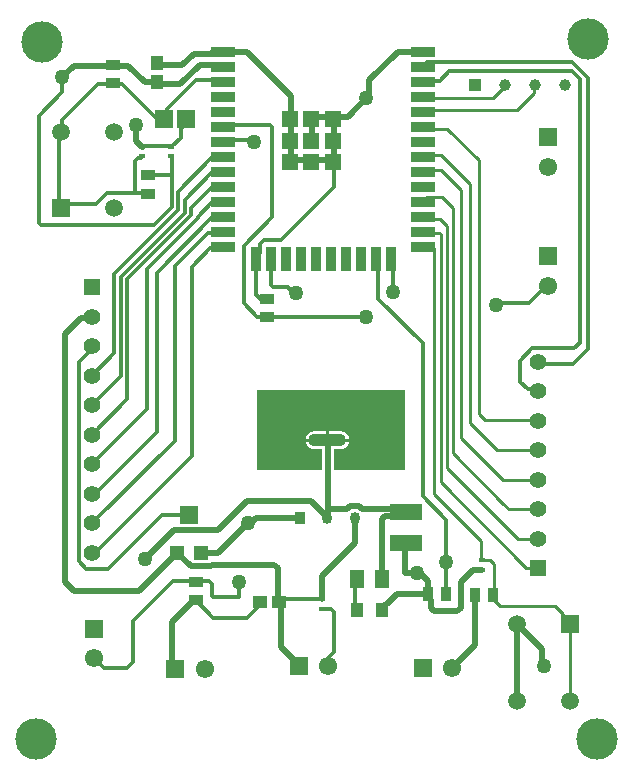
<source format=gbr>
G04*
G04 #@! TF.GenerationSoftware,Altium Limited,Altium Designer,24.2.2 (26)*
G04*
G04 Layer_Physical_Order=1*
G04 Layer_Color=255*
%FSLAX43Y43*%
%MOMM*%
G71*
G04*
G04 #@! TF.SameCoordinates,78AD72C9-59E1-4A50-B3D3-B96FA2B5B495*
G04*
G04*
G04 #@! TF.FilePolarity,Positive*
G04*
G01*
G75*
%ADD12C,0.500*%
%ADD13C,0.254*%
%ADD15R,1.307X0.906*%
%ADD16R,0.500X0.400*%
%ADD17R,1.200X1.200*%
%ADD18R,1.600X1.500*%
%ADD19R,1.012X1.208*%
%ADD20R,1.500X1.550*%
%ADD21R,1.208X1.012*%
%ADD22R,1.100X1.300*%
%ADD23R,0.906X1.307*%
%ADD24R,1.250X1.500*%
G04:AMPARAMS|DCode=25|XSize=1.004mm|YSize=3.182mm|CornerRadius=0.437mm|HoleSize=0mm|Usage=FLASHONLY|Rotation=90.000|XOffset=0mm|YOffset=0mm|HoleType=Round|Shape=RoundedRectangle|*
%AMROUNDEDRECTD25*
21,1,1.004,2.308,0,0,90.0*
21,1,0.131,3.182,0,0,90.0*
1,1,0.874,1.154,0.065*
1,1,0.874,1.154,-0.065*
1,1,0.874,-1.154,-0.065*
1,1,0.874,-1.154,0.065*
%
%ADD25ROUNDEDRECTD25*%
G04:AMPARAMS|DCode=26|XSize=1.004mm|YSize=0.872mm|CornerRadius=0.436mm|HoleSize=0mm|Usage=FLASHONLY|Rotation=90.000|XOffset=0mm|YOffset=0mm|HoleType=Round|Shape=RoundedRectangle|*
%AMROUNDEDRECTD26*
21,1,1.004,0.000,0,0,90.0*
21,1,0.132,0.872,0,0,90.0*
1,1,0.872,0.000,0.066*
1,1,0.872,0.000,-0.066*
1,1,0.872,0.000,-0.066*
1,1,0.872,0.000,0.066*
%
%ADD26ROUNDEDRECTD26*%
%ADD27R,0.872X1.004*%
%ADD28R,2.800X1.400*%
%ADD29R,1.330X1.330*%
%ADD30R,0.900X2.000*%
%ADD31R,2.000X0.900*%
%ADD37C,1.550*%
%ADD38R,1.550X1.550*%
%ADD39C,1.400*%
%ADD40R,1.400X1.400*%
%ADD43R,1.550X1.550*%
%ADD48C,0.300*%
%ADD49R,1.500X1.500*%
%ADD50C,1.500*%
%ADD51R,0.985X0.985*%
%ADD52C,0.985*%
%ADD53C,3.500*%
%ADD54C,1.270*%
G36*
X33500Y25000D02*
X27514D01*
Y26758D01*
X28104D01*
X28285Y26782D01*
X28453Y26851D01*
X28597Y26962D01*
X28708Y27106D01*
X28777Y27274D01*
X28793Y27393D01*
X26950D01*
X25107D01*
X25123Y27274D01*
X25192Y27106D01*
X25303Y26962D01*
X25447Y26851D01*
X25615Y26782D01*
X25796Y26758D01*
X26486D01*
Y25000D01*
X21000D01*
Y31750D01*
X33500D01*
Y25000D01*
D02*
G37*
%LPC*%
G36*
X28104Y28282D02*
X27077D01*
Y27647D01*
X28793D01*
X28777Y27766D01*
X28708Y27934D01*
X28597Y28078D01*
X28453Y28189D01*
X28285Y28258D01*
X28104Y28282D01*
D02*
G37*
G36*
X26823D02*
X25796D01*
X25615Y28258D01*
X25447Y28189D01*
X25303Y28078D01*
X25192Y27934D01*
X25123Y27766D01*
X25107Y27647D01*
X26823D01*
Y28282D01*
D02*
G37*
%LPD*%
D12*
X17059Y16846D02*
X17213Y17000D01*
X15354Y16846D02*
X17059D01*
X14250Y17950D02*
X15354Y16846D01*
X26500Y14493D02*
Y16000D01*
X13798Y12150D02*
X15698Y14049D01*
X29866Y21700D02*
X32850D01*
X28851Y21936D02*
X29629D01*
X29866Y21700D01*
X28614D02*
X28851Y21936D01*
X27000Y21700D02*
Y21961D01*
X32850Y21700D02*
X33000Y21550D01*
X27000Y21700D02*
X28614D01*
X27000Y20955D02*
Y21700D01*
X6100Y37850D02*
X6850D01*
X7000Y38000D01*
X4747Y36497D02*
X6100Y37850D01*
X45115Y8585D02*
Y9835D01*
Y8585D02*
X45250Y8450D01*
X23000Y10025D02*
Y13500D01*
X11000Y14750D02*
X14225Y17975D01*
X26500Y14093D02*
Y14493D01*
X31550Y15750D02*
Y20857D01*
X31843Y21150D01*
X32550D01*
X33000Y21600D01*
X17696Y19946D02*
X20139Y22389D01*
X25566D01*
X13946Y19946D02*
X17696D01*
X25566Y22389D02*
X27000Y20955D01*
X17700Y17950D02*
X20250Y20500D01*
X20913Y20955D02*
X24710D01*
X20250Y20500D02*
X20458D01*
X16250Y17950D02*
X17700D01*
X20458Y20500D02*
X20913Y20955D01*
X22457Y17000D02*
X22750Y16707D01*
X17213Y17000D02*
X22457D01*
X22750Y14000D02*
Y16707D01*
X11500Y17500D02*
X13946Y19946D01*
X14502Y57698D02*
X16119Y59315D01*
X12750Y57698D02*
X14502D01*
X16119Y59315D02*
X18165D01*
X33500Y16325D02*
X34500D01*
X33500D02*
Y19075D01*
X35399Y14604D02*
X35474D01*
X35271Y14476D02*
X35399Y14604D01*
X35474D02*
Y15604D01*
X34500Y16250D02*
X34647Y16103D01*
X34975D02*
X35474Y15604D01*
X34647Y16103D02*
X34975D01*
X35970Y13042D02*
X37957D01*
X38250Y13335D01*
Y15500D01*
X35677Y13335D02*
Y13997D01*
Y13335D02*
X35970Y13042D01*
X38250Y15500D02*
X39300Y16550D01*
X40000D01*
X35474Y14200D02*
Y14273D01*
Y14200D02*
X35677Y13997D01*
X32826Y14476D02*
X35271D01*
X27000Y21961D02*
Y27545D01*
X37500Y8250D02*
X39474Y10224D01*
Y14200D01*
X32000Y13650D02*
X32826Y14476D01*
X4500Y58250D02*
X5500Y59250D01*
X8500D01*
X10750Y54211D02*
X10773Y54188D01*
Y52826D02*
Y54188D01*
Y52826D02*
X11212Y52387D01*
X29290Y18790D02*
Y20955D01*
X26500Y16000D02*
X29290Y18790D01*
X16956Y60269D02*
X17122D01*
X14669Y59302D02*
X15617Y60250D01*
X16937D01*
X16956Y60269D01*
X17965Y60385D02*
X18165Y60585D01*
X17238Y60385D02*
X17965D01*
X17122Y60269D02*
X17238Y60385D01*
X34965D02*
X35165Y60585D01*
X27500Y51250D02*
Y53085D01*
X23830Y51250D02*
Y53085D01*
X25665Y51250D02*
X27500D01*
X23830D02*
X25665D01*
X23830Y54920D02*
Y56670D01*
X27500Y54920D02*
X28670D01*
X23830Y53085D02*
Y54920D01*
X27500Y53085D02*
Y54920D01*
X25665D02*
X27500D01*
X25665Y53085D02*
Y54920D01*
X28670D02*
X30500Y56750D01*
Y58000D01*
X18365Y60385D02*
X20115D01*
X30500Y58000D02*
X32885Y60385D01*
X20115D02*
X23830Y56670D01*
X32885Y60385D02*
X34965D01*
X18165Y60585D02*
X18365Y60385D01*
X11494Y57856D02*
X12592D01*
X10100Y59250D02*
X11494Y57856D01*
X8500Y59250D02*
X10100D01*
X12592Y57856D02*
X12750Y57698D01*
Y59302D02*
X14669D01*
X31600Y13250D02*
Y13350D01*
X31900Y13650D02*
X32000D01*
X31600Y13350D02*
X31900Y13650D01*
X13750Y12102D02*
X13798Y12150D01*
X13750Y8615D02*
X13894Y8471D01*
X14228D01*
X13750Y8615D02*
Y12102D01*
X5500Y14750D02*
X11000D01*
X33550Y19075D02*
X34000Y18625D01*
X33500Y19075D02*
X33550D01*
X22750Y14000D02*
X23000Y13750D01*
Y10025D02*
X24250Y8775D01*
X4747Y15503D02*
Y36497D01*
Y15503D02*
X5500Y14750D01*
X8712Y53737D02*
X8712Y53737D01*
X43000Y11950D02*
X45115Y9835D01*
X43000Y5450D02*
Y11950D01*
D13*
X39975Y17350D02*
X40731D01*
X36000Y23000D02*
X39975Y19025D01*
Y17350D02*
Y19025D01*
X40250Y29250D02*
X44750D01*
X39750Y29750D02*
X40250Y29250D01*
X47500Y5450D02*
Y11950D01*
X46877Y12573D02*
X47500Y11950D01*
X41026Y14200D02*
Y17055D01*
Y13999D02*
Y14200D01*
X37088Y53912D02*
X39750Y51250D01*
Y29750D02*
Y51250D01*
X38250Y27750D02*
X41800Y24200D01*
X35414Y45096D02*
X36397D01*
X36546Y44948D01*
X37562Y26438D02*
Y47188D01*
Y26438D02*
X41835Y22165D01*
X35165Y44075D02*
X35677D01*
X39000Y29000D02*
X41300Y26700D01*
X36647Y48103D02*
X37562Y47188D01*
X37054Y25196D02*
X43050Y19200D01*
X37054Y25196D02*
Y45696D01*
X36546Y23954D02*
Y44948D01*
X36575Y50425D02*
X38250Y48750D01*
X35677Y44075D02*
X36000Y43752D01*
X36546Y23954D02*
X43800Y16700D01*
X36000Y23000D02*
Y43752D01*
X36458Y46292D02*
X37054Y45696D01*
X35165Y45345D02*
X35414Y45096D01*
X38250Y27750D02*
Y48750D01*
X39000Y29000D02*
Y49250D01*
X36555Y51695D02*
X39000Y49250D01*
X46200Y13500D02*
X46877Y12823D01*
X41526Y13500D02*
X46200D01*
X41026Y13999D02*
X41526Y13500D01*
X40877Y17204D02*
X40877D01*
X40731Y17350D02*
X40877Y17204D01*
X40877D02*
X41026Y17055D01*
X43800Y16700D02*
X44750D01*
X40980Y56500D02*
X41980Y57500D01*
X35440Y56500D02*
X40980D01*
X35165Y56775D02*
X35440Y56500D01*
X35488Y53912D02*
X37088D01*
X35165Y54235D02*
X35488Y53912D01*
X35165Y47885D02*
X35383Y48103D01*
X35165Y51695D02*
X36555D01*
X35165Y50425D02*
X36575D01*
X35383Y48103D02*
X36647D01*
X35165Y46615D02*
X35488Y46292D01*
X36458D01*
X44396Y57376D02*
X44520Y57500D01*
X35165Y55505D02*
X43005D01*
X44396Y56896D01*
Y57376D01*
X43050Y19200D02*
X44750D01*
X42300Y21700D02*
X44750D01*
X41835Y22165D02*
X42300Y21700D01*
X41835Y22165D02*
X41835D01*
X41800Y24200D02*
X44750D01*
X41300Y26700D02*
X44750D01*
X46877Y12573D02*
Y12823D01*
D15*
X8775Y59301D02*
D03*
Y57749D02*
D03*
X21800Y37924D02*
D03*
Y39476D02*
D03*
X15800Y15551D02*
D03*
Y13999D02*
D03*
X11750Y49951D02*
D03*
Y48399D02*
D03*
D16*
X11212Y51587D02*
D03*
Y52387D02*
D03*
X13725Y52375D02*
D03*
Y51575D02*
D03*
X26500Y14050D02*
D03*
Y13250D02*
D03*
X40050Y17350D02*
D03*
Y16550D02*
D03*
D17*
X14250Y17950D02*
D03*
X16250D02*
D03*
D18*
X15250Y21200D02*
D03*
D19*
X12475Y57848D02*
D03*
Y59452D02*
D03*
D20*
X13138Y54712D02*
D03*
X14938D02*
D03*
D21*
X21248Y13850D02*
D03*
X22852D02*
D03*
D22*
X31550Y13175D02*
D03*
X29450D02*
D03*
D23*
X37001Y14525D02*
D03*
X35449D02*
D03*
X39449Y14450D02*
D03*
X41001D02*
D03*
D24*
X31550Y15800D02*
D03*
X29450D02*
D03*
D25*
X26950Y27520D02*
D03*
D26*
X29240Y20930D02*
D03*
X26950D02*
D03*
D27*
X24660D02*
D03*
D28*
X33625Y21425D02*
D03*
Y18825D02*
D03*
D29*
X27410Y51070D02*
D03*
X25575D02*
D03*
X23740D02*
D03*
X27410Y52905D02*
D03*
X25575D02*
D03*
X23740D02*
D03*
X27410Y54740D02*
D03*
X25575D02*
D03*
X23740D02*
D03*
D30*
X32290Y42895D02*
D03*
X31020D02*
D03*
X29750D02*
D03*
X28480D02*
D03*
X27210D02*
D03*
X25940D02*
D03*
X24670D02*
D03*
X23400D02*
D03*
X22130D02*
D03*
X20860D02*
D03*
D31*
X35075Y60405D02*
D03*
Y59135D02*
D03*
Y57865D02*
D03*
Y56595D02*
D03*
Y55325D02*
D03*
Y54055D02*
D03*
Y52785D02*
D03*
Y51515D02*
D03*
Y50245D02*
D03*
Y48975D02*
D03*
Y47705D02*
D03*
Y46435D02*
D03*
Y45165D02*
D03*
Y43895D02*
D03*
X18075D02*
D03*
Y45165D02*
D03*
Y46435D02*
D03*
Y47705D02*
D03*
Y48975D02*
D03*
Y50245D02*
D03*
Y51515D02*
D03*
Y52785D02*
D03*
Y54055D02*
D03*
Y55325D02*
D03*
Y56595D02*
D03*
Y57865D02*
D03*
Y59135D02*
D03*
Y60405D02*
D03*
D37*
X7175Y9075D02*
D03*
X45600Y50700D02*
D03*
X45625Y40625D02*
D03*
X27025Y8425D02*
D03*
X37525Y8275D02*
D03*
X16575Y8175D02*
D03*
D38*
X7175Y11575D02*
D03*
X45600Y53200D02*
D03*
X45625Y43125D02*
D03*
D39*
X7000Y18000D02*
D03*
Y20500D02*
D03*
Y23000D02*
D03*
Y25500D02*
D03*
Y28000D02*
D03*
Y30500D02*
D03*
Y33000D02*
D03*
Y35500D02*
D03*
Y38000D02*
D03*
X44775Y34175D02*
D03*
Y31675D02*
D03*
Y29175D02*
D03*
Y26675D02*
D03*
Y24175D02*
D03*
Y21675D02*
D03*
Y19175D02*
D03*
D40*
X7000Y40500D02*
D03*
X44775Y16675D02*
D03*
D43*
X24525Y8425D02*
D03*
X35025Y8275D02*
D03*
X14075Y8175D02*
D03*
D48*
X8775Y57698D02*
X9552D01*
X7523D02*
X8724D01*
X8775Y57749D01*
X4486Y54661D02*
X7523Y57698D01*
X4486Y53736D02*
Y54661D01*
X4400Y53650D02*
X4486Y53736D01*
X4653Y47500D02*
X7343D01*
X13750Y50026D02*
Y51600D01*
X21800Y38000D02*
X30250D01*
X19850Y39173D02*
X21023Y38000D01*
X19850Y43996D02*
X22250Y46396D01*
X19850Y39173D02*
Y43996D01*
X21023Y38000D02*
X21800D01*
X43986Y39186D02*
X45750Y40950D01*
X21224Y39552D02*
X21276Y39500D01*
X32380Y43075D02*
X32500Y42955D01*
Y40039D02*
Y42955D01*
X18715Y54235D02*
X22074D01*
X22250Y46396D02*
Y54059D01*
X22074Y54235D02*
X22250Y54059D01*
X24064Y40000D02*
X24250D01*
X22199Y40651D02*
Y43054D01*
Y40651D02*
X22375Y40475D01*
X23589D02*
X24064Y40000D01*
X22375Y40475D02*
X23589D01*
X21235Y44160D02*
X21554Y44479D01*
X22979D01*
X21235Y43360D02*
Y44160D01*
X20950Y43075D02*
X21235Y43360D01*
X22979Y44479D02*
X27500Y49000D01*
X20935Y39841D02*
Y43050D01*
Y39841D02*
X21224Y39552D01*
X14000Y27500D02*
Y42250D01*
X7000Y20500D02*
X14000Y27500D01*
Y42250D02*
X16795Y45045D01*
X12500Y41717D02*
X17098Y46315D01*
X12500Y28250D02*
Y41717D01*
X6987Y22737D02*
X12500Y28250D01*
X8882Y41599D02*
X14304Y47021D01*
X9436Y41369D02*
X14858Y46791D01*
X9990Y30990D02*
Y41140D01*
X11696Y42062D02*
X15966Y46332D01*
X9436Y32936D02*
Y41369D01*
X8882Y34882D02*
Y41599D01*
X9990Y41140D02*
X15412Y46562D01*
X7000Y33000D02*
X8882Y34882D01*
X6987Y25237D02*
Y25487D01*
X11696Y30196D02*
Y42062D01*
X15966Y46332D02*
Y46437D01*
X6987Y25487D02*
X11696Y30196D01*
X6987Y27987D02*
X9990Y30990D01*
X7000Y32750D02*
Y33000D01*
X6987Y27737D02*
Y27987D01*
Y30487D02*
X9436Y32936D01*
X6987Y30237D02*
Y30487D01*
X12326Y54924D02*
X12926D01*
X9552Y57698D02*
X12326Y54924D01*
X12926D02*
X13350Y54500D01*
X23300Y14050D02*
X26500D01*
X23000Y13750D02*
X23300Y14050D01*
X27207Y13250D02*
X27500Y12957D01*
X26500Y13250D02*
X27207D01*
X27500Y9593D02*
Y12957D01*
X29426Y15638D02*
X29535Y15747D01*
X29450D02*
X29535D01*
X29250Y15462D02*
X29426Y15638D01*
X18165Y52965D02*
X20750D01*
X19500Y14250D02*
Y15500D01*
X17250Y14250D02*
X19500D01*
X12950Y21200D02*
X15461D01*
X6543Y16646D02*
X8396D01*
X12950Y21200D01*
X13846Y15596D02*
X16904D01*
X17146Y15354D01*
X10500Y12250D02*
X13846Y15596D01*
X17146Y14354D02*
X17250Y14250D01*
X17146Y14354D02*
Y15354D01*
X20750Y52750D02*
Y52965D01*
X27500Y49000D02*
Y51250D01*
X15829Y58045D02*
X18165D01*
X13350Y55566D02*
X15829Y58045D01*
X13350Y54500D02*
Y55566D01*
X11200Y51450D02*
X11250Y51500D01*
X10950Y51450D02*
X11200D01*
X10692Y51192D02*
X10950Y51450D01*
X10692Y48474D02*
Y51192D01*
X4475Y47500D02*
X4653D01*
X4212Y47237D02*
X4475Y47500D01*
X7343D02*
X8317Y48474D01*
X4653Y47237D02*
Y47625D01*
X8317Y48474D02*
X10692D01*
X11750D01*
X11750Y48474D01*
X17098Y46315D02*
X17865D01*
X16795Y45045D02*
X17865D01*
Y46315D02*
X18165Y46615D01*
X14858Y47869D02*
X17114Y50125D01*
X15966Y46437D02*
X17114Y47585D01*
X17865D01*
X15412Y47153D02*
X17114Y48855D01*
Y50125D02*
X17865D01*
X15412Y46562D02*
Y47153D01*
X17114Y48855D02*
X17865D01*
X14304Y47021D02*
Y48585D01*
X2676Y45750D02*
X12250D01*
X13750Y47250D02*
Y50026D01*
X14304Y48585D02*
X17114Y51395D01*
X12250Y45750D02*
X13750Y47250D01*
X14858Y46791D02*
Y47869D01*
X11750Y50026D02*
X13700D01*
X17114Y51395D02*
X17865D01*
X2500Y45926D02*
X2676Y45750D01*
X2500Y45926D02*
Y55000D01*
X4500Y57000D01*
Y58250D01*
X4212Y47237D02*
Y53962D01*
Y47237D02*
X4653D01*
X41250Y39000D02*
X41436Y39186D01*
X43986D01*
X37026Y14200D02*
Y20745D01*
X31250Y39500D02*
Y42935D01*
X35000Y22771D02*
Y35750D01*
X31250Y39500D02*
X35000Y35750D01*
Y22771D02*
X37026Y20745D01*
X31110Y43075D02*
X31250Y42935D01*
X35370Y59520D02*
X47683D01*
X49000Y58204D01*
X35165Y59315D02*
X35370Y59520D01*
X36439Y57939D02*
X37250Y58750D01*
X47670D02*
X48289Y58131D01*
X37250Y58750D02*
X47670D01*
X35165Y58045D02*
X35271Y57939D01*
X36439D01*
X17865Y51395D02*
X18165Y51695D01*
X17865Y48855D02*
X18165Y49155D01*
X17865Y47585D02*
X18165Y47885D01*
X17865Y50125D02*
X18165Y50425D01*
X17865Y45045D02*
X18165Y45345D01*
X17865Y43775D02*
X18165Y44075D01*
X17025Y43775D02*
X17865D01*
X44950Y34000D02*
X47750D01*
X49000Y35250D02*
Y58204D01*
X47750Y34000D02*
X49000Y35250D01*
X44293Y35304D02*
X47804D01*
X48289Y35789D02*
Y58131D01*
X47804Y35304D02*
X48289Y35789D01*
X44750Y34200D02*
X44950Y34000D01*
X43250Y34261D02*
X44293Y35304D01*
X43250Y32500D02*
X43887Y31863D01*
X44587D01*
X44750Y31700D01*
X43250Y32500D02*
Y34261D01*
X13750Y52400D02*
X13800D01*
X14550Y53900D02*
X15150Y54500D01*
X14550Y53150D02*
Y53900D01*
X13800Y52400D02*
X14550Y53150D01*
X11300Y52300D02*
X11400Y52400D01*
X13750D01*
X11250Y52300D02*
X11300D01*
X29250Y13500D02*
Y15462D01*
Y13500D02*
X29500Y13250D01*
X17247Y12500D02*
X20146D01*
X15698Y14049D02*
X17247Y12500D01*
X20146D02*
X21396Y13750D01*
X15698Y14049D02*
Y14250D01*
X10500Y8750D02*
Y12250D01*
X8013Y8237D02*
X9987D01*
X10500Y8750D01*
X26750Y8775D02*
Y8843D01*
X27500Y9593D01*
X5896Y17293D02*
X6543Y16646D01*
X5896Y17293D02*
Y34146D01*
X7000Y35250D01*
X15462Y26212D02*
Y42212D01*
X7000Y17750D02*
X15462Y26212D01*
Y42212D02*
X17025Y43775D01*
X46075Y43550D02*
X46170Y43645D01*
X7513Y8737D02*
X8013Y8237D01*
X7212Y8737D02*
X7513D01*
D49*
X47500Y11950D02*
D03*
X4400Y47150D02*
D03*
D50*
X43000Y11950D02*
D03*
Y5450D02*
D03*
X47500D02*
D03*
X8900Y47150D02*
D03*
Y53650D02*
D03*
X4400D02*
D03*
D51*
X39410Y57575D02*
D03*
D52*
X41950D02*
D03*
X44490D02*
D03*
X47030D02*
D03*
D53*
X2750Y61250D02*
D03*
X49000Y61500D02*
D03*
X2250Y2250D02*
D03*
X49750D02*
D03*
D54*
X45250Y8450D02*
D03*
X20250Y20500D02*
D03*
X19500Y15500D02*
D03*
X11500Y17500D02*
D03*
X24250Y40000D02*
D03*
X20750Y52750D02*
D03*
X30250Y38000D02*
D03*
X34500Y16325D02*
D03*
X32500Y40039D02*
D03*
X41250Y39000D02*
D03*
X37000Y17250D02*
D03*
X30250Y56500D02*
D03*
X4500Y58250D02*
D03*
X10750Y54211D02*
D03*
M02*

</source>
